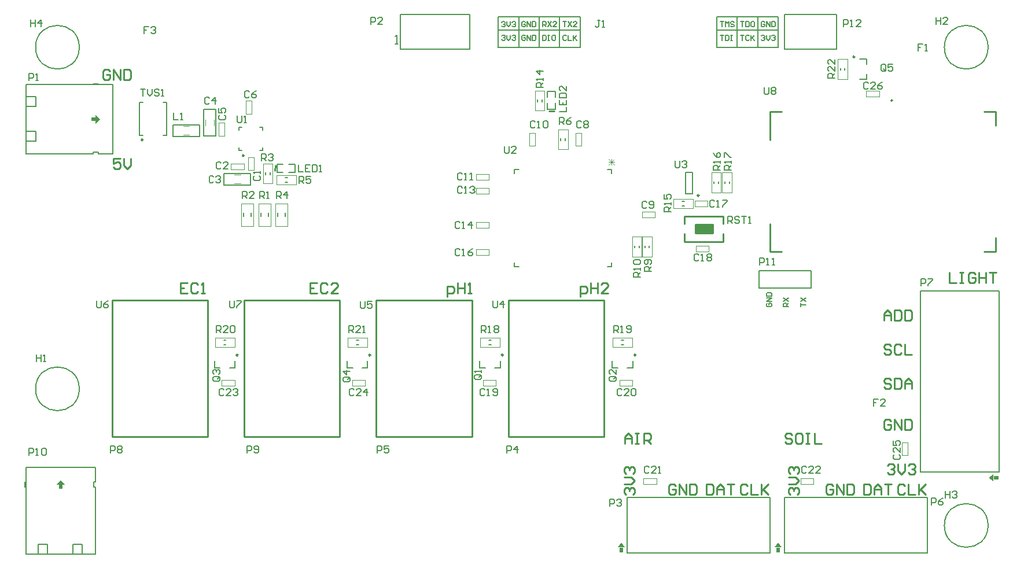
<source format=gto>
G04 Layer_Color=65535*
%FSTAX24Y24*%
%MOIN*%
G70*
G01*
G75*
%ADD38C,0.0100*%
%ADD57C,0.0080*%
%ADD58C,0.0079*%
%ADD59C,0.0098*%
%ADD60C,0.0060*%
%ADD61C,0.0020*%
%ADD62C,0.0040*%
%ADD63C,0.0050*%
%ADD64C,0.0070*%
%ADD65C,0.0030*%
%ADD66R,0.0315X0.0236*%
%ADD67R,0.0236X0.0315*%
%ADD68R,0.1000X0.0500*%
G36*
X421165Y328459D02*
X420771D01*
X420968Y328734D01*
X421165Y328459D01*
D02*
G37*
G36*
X43022Y328459D02*
X429826Y328459D01*
X430023Y328734D01*
X43022Y328459D01*
D02*
G37*
G36*
X388918Y332081D02*
X388769D01*
X388769Y331831D01*
X388568D01*
Y332081D01*
X388419D01*
X388669Y332331D01*
X388918Y332081D01*
D02*
G37*
G36*
X390942Y35312D02*
X390692Y35287D01*
Y35302D01*
X390442D01*
Y35322D01*
X390692D01*
Y35337D01*
X390942Y35312D01*
D02*
G37*
G36*
X442424Y332262D02*
X442149Y332459D01*
X442424Y332656D01*
Y332262D01*
D02*
G37*
D38*
X441893Y34549D02*
X442543Y34549D01*
X442543Y346297D01*
X442543Y353561D02*
X442543Y352754D01*
X441893Y353561D02*
X442543Y353561D01*
X42955Y34549D02*
X4302Y34549D01*
X42955Y34549D02*
X42955Y347104D01*
Y351947D02*
Y353561D01*
X4302Y353561D01*
X397149Y334837D02*
Y342711D01*
X391637D02*
X397149D01*
X391637Y334837D02*
Y342711D01*
Y334837D02*
X397149D01*
X40476D02*
Y342711D01*
X399249D02*
X40476D01*
X399249Y334837D02*
Y342711D01*
Y334837D02*
X40476D01*
X412372D02*
Y342711D01*
X40686D02*
X412372D01*
X40686Y334837D02*
Y342711D01*
Y334837D02*
X412372D01*
X419983D02*
Y342711D01*
X414472D02*
X419983D01*
X414472Y334837D02*
Y342711D01*
Y334837D02*
X419983D01*
X426842Y346075D02*
Y346525D01*
Y347085D02*
Y347535D01*
X424622D02*
X426842D01*
X424622Y346075D02*
X426842D01*
X425232Y346555D02*
X426231D01*
X425232D02*
Y347055D01*
X426231D01*
Y346555D02*
Y347055D01*
X424622Y346075D02*
Y346525D01*
Y347085D02*
Y347535D01*
X416795Y353597D02*
X417104Y353597D01*
X401027Y350157D02*
X401028Y350466D01*
X439865Y344295D02*
Y343695D01*
X440265D01*
X440465Y344295D02*
X440665D01*
X440565D01*
Y343695D01*
X440465D01*
X440665D01*
X441365Y344195D02*
X441265Y344295D01*
X441065D01*
X440965Y344195D01*
Y343795D01*
X441065Y343695D01*
X441265D01*
X441365Y343795D01*
Y343995D01*
X441165D01*
X441565Y344295D02*
Y343695D01*
Y343995D01*
X441965D01*
Y344295D01*
Y343695D01*
X442165Y344295D02*
X442564D01*
X442365D01*
Y343695D01*
X430816Y334943D02*
X430716Y335043D01*
X430517D01*
X430417Y334943D01*
Y334843D01*
X430517Y334743D01*
X430716D01*
X430816Y334643D01*
Y334543D01*
X430716Y334443D01*
X430517D01*
X430417Y334543D01*
X431316Y335043D02*
X431116D01*
X431016Y334943D01*
Y334543D01*
X431116Y334443D01*
X431316D01*
X431416Y334543D01*
Y334943D01*
X431316Y335043D01*
X431616D02*
X431816D01*
X431716D01*
Y334443D01*
X431616D01*
X431816D01*
X432116Y335043D02*
Y334443D01*
X432516D01*
X421165D02*
Y334843D01*
X421365Y335043D01*
X421564Y334843D01*
Y334443D01*
Y334743D01*
X421165D01*
X421764Y335043D02*
X421964D01*
X421864D01*
Y334443D01*
X421764D01*
X421964D01*
X422264D02*
Y335043D01*
X422564D01*
X422664Y334943D01*
Y334743D01*
X422564Y334643D01*
X422264D01*
X422464D02*
X422664Y334443D01*
X418605Y342904D02*
Y343504D01*
X418905D01*
X419005Y343404D01*
Y343204D01*
X418905Y343104D01*
X418605D01*
X419205Y343704D02*
Y343104D01*
Y343404D01*
X419605D01*
Y343704D01*
Y343104D01*
X420205D02*
X419805D01*
X420205Y343504D01*
Y343604D01*
X420105Y343704D01*
X419905D01*
X419805Y343604D01*
X410928Y342904D02*
Y343504D01*
X411228D01*
X411328Y343404D01*
Y343204D01*
X411228Y343104D01*
X410928D01*
X411528Y343704D02*
Y343104D01*
Y343404D01*
X411928D01*
Y343704D01*
Y343104D01*
X412128D02*
X412328D01*
X412228D01*
Y343704D01*
X412128Y343604D01*
X403454Y343704D02*
X403054D01*
Y343104D01*
X403454D01*
X403054Y343404D02*
X403254D01*
X404054Y343604D02*
X403954Y343704D01*
X403754D01*
X403654Y343604D01*
Y343204D01*
X403754Y343104D01*
X403954D01*
X404054Y343204D01*
X404654Y343104D02*
X404254D01*
X404654Y343504D01*
Y343604D01*
X404554Y343704D01*
X404354D01*
X404254Y343604D01*
X395974Y343704D02*
X395574D01*
Y343104D01*
X395974D01*
X395574Y343404D02*
X395774D01*
X396574Y343604D02*
X396474Y343704D01*
X396274D01*
X396174Y343604D01*
Y343204D01*
X396274Y343104D01*
X396474D01*
X396574Y343204D01*
X396774Y343104D02*
X396974D01*
X396874D01*
Y343704D01*
X396774Y343604D01*
X392125Y350869D02*
X391725D01*
Y35057D01*
X391925Y35067D01*
X392025D01*
X392125Y35057D01*
Y35037D01*
X392025Y35027D01*
X391825D01*
X391725Y35037D01*
X392325Y350869D02*
Y35047D01*
X392525Y35027D01*
X392725Y35047D01*
Y350869D01*
X391525Y355888D02*
X391425Y355988D01*
X391225D01*
X391125Y355888D01*
Y355488D01*
X391225Y355388D01*
X391425D01*
X391525Y355488D01*
Y355688D01*
X391325D01*
X391725Y355388D02*
Y355988D01*
X392125Y355388D01*
Y355988D01*
X392325D02*
Y355388D01*
X392625D01*
X392725Y355488D01*
Y355888D01*
X392625Y355988D01*
X392325D01*
X436125Y34153D02*
Y341929D01*
X436325Y342129D01*
X436525Y341929D01*
Y34153D01*
Y341829D01*
X436125D01*
X436725Y342129D02*
Y34153D01*
X437025D01*
X437125Y341629D01*
Y342029D01*
X437025Y342129D01*
X436725D01*
X437325D02*
Y34153D01*
X437625D01*
X437725Y341629D01*
Y342029D01*
X437625Y342129D01*
X437325D01*
X436525Y340061D02*
X436425Y340161D01*
X436225D01*
X436125Y340061D01*
Y339961D01*
X436225Y339861D01*
X436425D01*
X436525Y339761D01*
Y339661D01*
X436425Y339561D01*
X436225D01*
X436125Y339661D01*
X437125Y340061D02*
X437025Y340161D01*
X436825D01*
X436725Y340061D01*
Y339661D01*
X436825Y339561D01*
X437025D01*
X437125Y339661D01*
X437325Y340161D02*
Y339561D01*
X437725D01*
X436525Y338092D02*
X436425Y338192D01*
X436225D01*
X436125Y338092D01*
Y337992D01*
X436225Y337892D01*
X436425D01*
X436525Y337792D01*
Y337692D01*
X436425Y337593D01*
X436225D01*
X436125Y337692D01*
X436725Y338192D02*
Y337593D01*
X437025D01*
X437125Y337692D01*
Y338092D01*
X437025Y338192D01*
X436725D01*
X437325Y337593D02*
Y337992D01*
X437525Y338192D01*
X437725Y337992D01*
Y337593D01*
Y337892D01*
X437325D01*
X436525Y33573D02*
X436425Y33583D01*
X436225D01*
X436125Y33573D01*
Y33533D01*
X436225Y33523D01*
X436425D01*
X436525Y33533D01*
Y33553D01*
X436325D01*
X436725Y33523D02*
Y33583D01*
X437125Y33523D01*
Y33583D01*
X437325D02*
Y33523D01*
X437625D01*
X437725Y33533D01*
Y33573D01*
X437625Y33583D01*
X437325D01*
X436322Y333171D02*
X436422Y333271D01*
X436622D01*
X436722Y333171D01*
Y333071D01*
X436622Y332971D01*
X436522D01*
X436622D01*
X436722Y332871D01*
Y332771D01*
X436622Y332671D01*
X436422D01*
X436322Y332771D01*
X436922Y333271D02*
Y332871D01*
X437122Y332671D01*
X437322Y332871D01*
Y333271D01*
X437522Y333171D02*
X437622Y333271D01*
X437822D01*
X437922Y333171D01*
Y333071D01*
X437822Y332971D01*
X437722D01*
X437822D01*
X437922Y332871D01*
Y332771D01*
X437822Y332671D01*
X437622D01*
X437522Y332771D01*
X437312Y33199D02*
X437212Y33209D01*
X437013D01*
X436913Y33199D01*
Y33159D01*
X437013Y33149D01*
X437212D01*
X437312Y33159D01*
X437512Y33209D02*
Y33149D01*
X437912D01*
X438112Y33209D02*
Y33149D01*
Y33169D01*
X438512Y33209D01*
X438212Y33179D01*
X438512Y33149D01*
X434944Y33209D02*
Y33149D01*
X435244D01*
X435344Y33159D01*
Y33199D01*
X435244Y33209D01*
X434944D01*
X435544Y33149D02*
Y33189D01*
X435744Y33209D01*
X435944Y33189D01*
Y33149D01*
Y33179D01*
X435544D01*
X436144Y33209D02*
X436544D01*
X436344D01*
Y33149D01*
X433179Y33199D02*
X433079Y33209D01*
X432879D01*
X432779Y33199D01*
Y33159D01*
X432879Y33149D01*
X433079D01*
X433179Y33159D01*
Y33179D01*
X432979D01*
X433379Y33149D02*
Y33209D01*
X433778Y33149D01*
Y33209D01*
X433978D02*
Y33149D01*
X434278D01*
X434378Y33159D01*
Y33199D01*
X434278Y33209D01*
X433978D01*
X430704Y33149D02*
X430604Y33159D01*
Y33179D01*
X430704Y33189D01*
X430804D01*
X430904Y33179D01*
Y33169D01*
Y33179D01*
X431004Y33189D01*
X431104D01*
X431204Y33179D01*
Y33159D01*
X431104Y33149D01*
X430604Y33209D02*
X431004D01*
X431204Y33229D01*
X431004Y33249D01*
X430604D01*
X430704Y33269D02*
X430604Y33279D01*
Y33299D01*
X430704Y33309D01*
X430804D01*
X430904Y33299D01*
Y33289D01*
Y33299D01*
X431004Y33309D01*
X431104D01*
X431204Y33299D01*
Y33279D01*
X431104Y33269D01*
X428257Y33199D02*
X428157Y33209D01*
X427957D01*
X427857Y33199D01*
Y33159D01*
X427957Y33149D01*
X428157D01*
X428257Y33159D01*
X428457Y33209D02*
Y33149D01*
X428857D01*
X429057Y33209D02*
Y33149D01*
Y33169D01*
X429457Y33209D01*
X429157Y33179D01*
X429457Y33149D01*
X425889Y33209D02*
Y33149D01*
X426189D01*
X426289Y33159D01*
Y33199D01*
X426189Y33209D01*
X425889D01*
X426489Y33149D02*
Y33189D01*
X426689Y33209D01*
X426889Y33189D01*
Y33149D01*
Y33179D01*
X426489D01*
X427089Y33209D02*
X427488D01*
X427289D01*
Y33149D01*
X424123Y33199D02*
X424024Y33209D01*
X423824D01*
X423724Y33199D01*
Y33159D01*
X423824Y33149D01*
X424024D01*
X424123Y33159D01*
Y33179D01*
X423924D01*
X424323Y33149D02*
Y33209D01*
X424723Y33149D01*
Y33209D01*
X424923D02*
Y33149D01*
X425223D01*
X425323Y33159D01*
Y33199D01*
X425223Y33209D01*
X424923D01*
X421255Y33149D02*
X421155Y33159D01*
Y33179D01*
X421255Y33189D01*
X421355D01*
X421455Y33179D01*
Y33169D01*
Y33179D01*
X421555Y33189D01*
X421655D01*
X421755Y33179D01*
Y33159D01*
X421655Y33149D01*
X421155Y33209D02*
X421555D01*
X421755Y33229D01*
X421555Y33249D01*
X421155D01*
X421255Y33269D02*
X421155Y33279D01*
Y33299D01*
X421255Y33309D01*
X421355D01*
X421455Y33299D01*
Y33289D01*
Y33299D01*
X421555Y33309D01*
X421655D01*
X421755Y33299D01*
Y33279D01*
X421655Y33269D01*
D57*
X436604Y354211D02*
G03*
X436604Y354211I-000054J0D01*
G01*
X438212Y332789D02*
X442739D01*
X438212D02*
X438212Y343222D01*
X442739Y332789D02*
X442739Y343222D01*
X438212D02*
X442739D01*
X430377Y328144D02*
X430377Y331333D01*
X438605D01*
X430377Y328144D02*
X438605Y328144D01*
Y331333D01*
X421322Y328144D02*
Y331333D01*
X42955D01*
X421322Y328144D02*
X42955Y328144D01*
Y331333D01*
X413881Y357278D02*
Y359049D01*
Y357278D02*
X418605D01*
Y359049D01*
X413881D02*
X418605D01*
X413881Y358262D02*
X418605D01*
X415062Y357278D02*
Y359049D01*
X416243Y357278D02*
Y359049D01*
X417424Y357278D02*
Y359049D01*
X42648Y359049D02*
X430023D01*
Y357278D02*
Y359049D01*
X42648Y357278D02*
X430023D01*
X42648D02*
Y359049D01*
Y358262D02*
X430023D01*
X427661Y357278D02*
Y359049D01*
X428842Y357278D02*
Y359049D01*
X386834Y333774D02*
Y334174D01*
X387034D01*
X3871Y334107D01*
Y333974D01*
X387034Y333907D01*
X386834D01*
X387234Y333774D02*
X387367D01*
X3873D01*
Y334174D01*
X387234Y334107D01*
X387567D02*
X387634Y334174D01*
X387767D01*
X387834Y334107D01*
Y33384D01*
X387767Y333774D01*
X387634D01*
X387567Y33384D01*
Y334107D01*
X42207Y344049D02*
X42167D01*
Y344249D01*
X421737Y344316D01*
X42187D01*
X421937Y344249D01*
Y344049D01*
Y344183D02*
X42207Y344316D01*
Y344449D02*
Y344582D01*
Y344516D01*
X42167D01*
X421737Y344449D01*
Y344782D02*
X42167Y344849D01*
Y344982D01*
X421737Y345049D01*
X422003D01*
X42207Y344982D01*
Y344849D01*
X422003Y344782D01*
X421737D01*
X4227Y344364D02*
X4223D01*
Y344564D01*
X422367Y344631D01*
X4225D01*
X422567Y344564D01*
Y344364D01*
Y344497D02*
X4227Y344631D01*
X422633Y344764D02*
X4227Y344831D01*
Y344964D01*
X422633Y345031D01*
X422367D01*
X4223Y344964D01*
Y344831D01*
X422367Y344764D01*
X422433D01*
X4225Y344831D01*
Y345031D01*
X4292Y35498D02*
Y354647D01*
X429267Y35458D01*
X4294D01*
X429467Y354647D01*
Y35498D01*
X4296Y354913D02*
X429667Y35498D01*
X4298D01*
X429866Y354913D01*
Y354847D01*
X4298Y35478D01*
X429866Y354713D01*
Y354647D01*
X4298Y35458D01*
X429667D01*
X4296Y354647D01*
Y354713D01*
X429667Y35478D01*
X4296Y354847D01*
Y354913D01*
X429667Y35478D02*
X4298D01*
X398409Y342677D02*
Y342344D01*
X398475Y342278D01*
X398609D01*
X398675Y342344D01*
Y342677D01*
X398809D02*
X399075D01*
Y342611D01*
X398809Y342344D01*
Y342278D01*
X390732Y342677D02*
Y342344D01*
X390798Y342278D01*
X390931D01*
X390998Y342344D01*
Y342677D01*
X391398D02*
X391265Y342611D01*
X391131Y342477D01*
Y342344D01*
X391198Y342278D01*
X391331D01*
X391398Y342344D01*
Y342411D01*
X391331Y342477D01*
X391131D01*
X405928Y342638D02*
Y342305D01*
X405995Y342238D01*
X406128D01*
X406195Y342305D01*
Y342638D01*
X406595D02*
X406328D01*
Y342438D01*
X406462Y342505D01*
X406528D01*
X406595Y342438D01*
Y342305D01*
X406528Y342238D01*
X406395D01*
X406328Y342305D01*
X413566Y342677D02*
Y342344D01*
X413633Y342278D01*
X413766D01*
X413833Y342344D01*
Y342677D01*
X414166Y342278D02*
Y342677D01*
X413966Y342477D01*
X414233D01*
X424078Y350748D02*
Y350415D01*
X424145Y350348D01*
X424278D01*
X424345Y350415D01*
Y350748D01*
X424478Y350682D02*
X424544Y350748D01*
X424678D01*
X424744Y350682D01*
Y350615D01*
X424678Y350548D01*
X424611D01*
X424678D01*
X424744Y350482D01*
Y350415D01*
X424678Y350348D01*
X424544D01*
X424478Y350415D01*
X41425Y35156D02*
Y351227D01*
X414317Y35116D01*
X41445D01*
X414517Y351227D01*
Y35156D01*
X414916Y35116D02*
X41465D01*
X414916Y351427D01*
Y351493D01*
X41485Y35156D01*
X414717D01*
X41465Y351493D01*
X398842Y353347D02*
Y353013D01*
X398908Y352947D01*
X399042D01*
X399108Y353013D01*
Y353347D01*
X399242Y352947D02*
X399375D01*
X399308D01*
Y353347D01*
X399242Y35328D01*
X427109Y34712D02*
Y34752D01*
X427309D01*
X427376Y347453D01*
Y34732D01*
X427309Y347253D01*
X427109D01*
X427243D02*
X427376Y34712D01*
X427776Y347453D02*
X427709Y34752D01*
X427576D01*
X427509Y347453D01*
Y347387D01*
X427576Y34732D01*
X427709D01*
X427776Y347253D01*
Y347187D01*
X427709Y34712D01*
X427576D01*
X427509Y347187D01*
X427909Y34752D02*
X428176D01*
X428042D01*
Y34712D01*
X428309D02*
X428442D01*
X428376D01*
Y34752D01*
X428309Y347453D01*
X433291Y355506D02*
X432891D01*
Y355706D01*
X432957Y355772D01*
X433091D01*
X433157Y355706D01*
Y355506D01*
Y355639D02*
X433291Y355772D01*
Y356172D02*
Y355906D01*
X433024Y356172D01*
X432957D01*
X432891Y356106D01*
Y355972D01*
X432957Y355906D01*
X433291Y356572D02*
Y356306D01*
X433024Y356572D01*
X432957D01*
X432891Y356506D01*
Y356372D01*
X432957Y356306D01*
X40527Y34084D02*
Y34124D01*
X40547D01*
X405537Y341173D01*
Y34104D01*
X40547Y340973D01*
X40527D01*
X405403D02*
X405537Y34084D01*
X405936D02*
X40567D01*
X405936Y341107D01*
Y341173D01*
X40587Y34124D01*
X405737D01*
X40567Y341173D01*
X40607Y34084D02*
X406203D01*
X406136D01*
Y34124D01*
X40607Y341173D01*
X39763Y34084D02*
Y34124D01*
X39783D01*
X397897Y341173D01*
Y34104D01*
X39783Y340973D01*
X39763D01*
X397763D02*
X397897Y34084D01*
X398296D02*
X39803D01*
X398296Y341107D01*
Y341173D01*
X39823Y34124D01*
X398097D01*
X39803Y341173D01*
X39843D02*
X398496Y34124D01*
X39863D01*
X398696Y341173D01*
Y340907D01*
X39863Y34084D01*
X398496D01*
X39843Y340907D01*
Y341173D01*
X42054Y34084D02*
Y34124D01*
X42074D01*
X420807Y341173D01*
Y34104D01*
X42074Y340973D01*
X42054D01*
X420673D02*
X420807Y34084D01*
X42094D02*
X421073D01*
X421007D01*
Y34124D01*
X42094Y341173D01*
X421273Y340907D02*
X42134Y34084D01*
X421473D01*
X42154Y340907D01*
Y341173D01*
X421473Y34124D01*
X42134D01*
X421273Y341173D01*
Y341107D01*
X42134Y34104D01*
X42154D01*
X41291Y34084D02*
Y34124D01*
X41311D01*
X413177Y341173D01*
Y34104D01*
X41311Y340973D01*
X41291D01*
X413043D02*
X413177Y34084D01*
X41331D02*
X413443D01*
X413377D01*
Y34124D01*
X41331Y341173D01*
X413643D02*
X41371Y34124D01*
X413843D01*
X41391Y341173D01*
Y341107D01*
X413843Y34104D01*
X41391Y340973D01*
Y340907D01*
X413843Y34084D01*
X41371D01*
X413643Y340907D01*
Y340973D01*
X41371Y34104D01*
X413643Y341107D01*
Y341173D01*
X41371Y34104D02*
X413843D01*
X427306Y350191D02*
X426906D01*
Y350391D01*
X426973Y350458D01*
X427106D01*
X427173Y350391D01*
Y350191D01*
Y350324D02*
X427306Y350458D01*
Y350591D02*
Y350724D01*
Y350657D01*
X426906D01*
X426973Y350591D01*
X426906Y350924D02*
Y351191D01*
X426973D01*
X42724Y350924D01*
X427306D01*
X426676Y350191D02*
X426277D01*
Y350391D01*
X426343Y350458D01*
X426476D01*
X426543Y350391D01*
Y350191D01*
Y350324D02*
X426676Y350458D01*
Y350591D02*
Y350724D01*
Y350657D01*
X426277D01*
X426343Y350591D01*
X426277Y351191D02*
X426343Y351057D01*
X426476Y350924D01*
X42661D01*
X426676Y350991D01*
Y351124D01*
X42661Y351191D01*
X426543D01*
X426476Y351124D01*
Y350924D01*
X423842Y347789D02*
X423442D01*
Y347989D01*
X423508Y348056D01*
X423642D01*
X423708Y347989D01*
Y347789D01*
Y347923D02*
X423842Y348056D01*
Y348189D02*
Y348323D01*
Y348256D01*
X423442D01*
X423508Y348189D01*
X423442Y348789D02*
Y348522D01*
X423642D01*
X423575Y348656D01*
Y348722D01*
X423642Y348789D01*
X423775D01*
X423842Y348722D01*
Y348589D01*
X423775Y348522D01*
X41648Y354955D02*
X41608D01*
Y355155D01*
X416146Y355221D01*
X41628D01*
X416346Y355155D01*
Y354955D01*
Y355088D02*
X41648Y355221D01*
Y355355D02*
Y355488D01*
Y355421D01*
X41608D01*
X416146Y355355D01*
X41648Y355888D02*
X41608D01*
X41628Y355688D01*
Y355954D01*
X41742Y35282D02*
Y35322D01*
X41762D01*
X417687Y353153D01*
Y35302D01*
X41762Y352953D01*
X41742D01*
X417553D02*
X417687Y35282D01*
X418086Y35322D02*
X417953Y353153D01*
X41782Y35302D01*
Y352887D01*
X417887Y35282D01*
X41802D01*
X418086Y352887D01*
Y352953D01*
X41802Y35302D01*
X41782D01*
X402424Y349443D02*
Y349843D01*
X402624D01*
X402691Y349776D01*
Y349643D01*
X402624Y349576D01*
X402424D01*
X402558D02*
X402691Y349443D01*
X403091Y349843D02*
X402824D01*
Y349643D01*
X402958Y349709D01*
X403024D01*
X403091Y349643D01*
Y34951D01*
X403024Y349443D01*
X402891D01*
X402824Y34951D01*
X40112Y34857D02*
Y34897D01*
X40132D01*
X401387Y348903D01*
Y34877D01*
X40132Y348703D01*
X40112D01*
X401253D02*
X401387Y34857D01*
X40172D02*
Y34897D01*
X40152Y34877D01*
X401786D01*
X400259Y350742D02*
Y351142D01*
X400459D01*
X400526Y351075D01*
Y350942D01*
X400459Y350875D01*
X400259D01*
X400392D02*
X400526Y350742D01*
X400659Y351075D02*
X400726Y351142D01*
X400859D01*
X400926Y351075D01*
Y351009D01*
X400859Y350942D01*
X400792D01*
X400859D01*
X400926Y350875D01*
Y350809D01*
X400859Y350742D01*
X400726D01*
X400659Y350809D01*
X39915Y34857D02*
Y34897D01*
X39935D01*
X399417Y348903D01*
Y34877D01*
X39935Y348703D01*
X39915D01*
X399283D02*
X399417Y34857D01*
X399816D02*
X39955D01*
X399816Y348837D01*
Y348903D01*
X39975Y34897D01*
X399617D01*
X39955Y348903D01*
X40013Y34857D02*
Y34897D01*
X40033D01*
X400397Y348903D01*
Y34877D01*
X40033Y348703D01*
X40013D01*
X400263D02*
X400397Y34857D01*
X40053D02*
X400663D01*
X400597D01*
Y34897D01*
X40053Y348903D01*
X436195Y355966D02*
Y356233D01*
X436128Y356299D01*
X435995D01*
X435928Y356233D01*
Y355966D01*
X435995Y3559D01*
X436128D01*
X436062Y356033D02*
X436195Y3559D01*
X436128D02*
X436195Y355966D01*
X436595Y356299D02*
X436328D01*
Y3561D01*
X436462Y356166D01*
X436528D01*
X436595Y3561D01*
Y355966D01*
X436528Y3559D01*
X436395D01*
X436328Y355966D01*
X405271Y338253D02*
X405005D01*
X404938Y338186D01*
Y338053D01*
X405005Y337986D01*
X405271D01*
X405338Y338053D01*
Y338186D01*
X405205Y33812D02*
X405338Y338253D01*
Y338186D02*
X405271Y338253D01*
X405338Y338586D02*
X404938D01*
X405138Y338386D01*
Y338653D01*
X397791Y338292D02*
X397524D01*
X397458Y338226D01*
Y338092D01*
X397524Y338026D01*
X397791D01*
X397857Y338092D01*
Y338226D01*
X397724Y338159D02*
X397857Y338292D01*
Y338226D02*
X397791Y338292D01*
X397524Y338425D02*
X397458Y338492D01*
Y338625D01*
X397524Y338692D01*
X397591D01*
X397658Y338625D01*
Y338559D01*
Y338625D01*
X397724Y338692D01*
X397791D01*
X397857Y338625D01*
Y338492D01*
X397791Y338425D01*
X420625Y338292D02*
X420359D01*
X420292Y338226D01*
Y338092D01*
X420359Y338026D01*
X420625D01*
X420692Y338092D01*
Y338226D01*
X420559Y338159D02*
X420692Y338292D01*
Y338226D02*
X420625Y338292D01*
X420692Y338692D02*
Y338425D01*
X420426Y338692D01*
X420359D01*
X420292Y338625D01*
Y338492D01*
X420359Y338425D01*
X41283Y33841D02*
X412564D01*
X412497Y338344D01*
Y33821D01*
X412564Y338144D01*
X41283D01*
X412897Y33821D01*
Y338344D01*
X412764Y338277D02*
X412897Y33841D01*
Y338344D02*
X41283Y33841D01*
X412897Y338544D02*
Y338677D01*
Y33861D01*
X412497D01*
X412564Y338544D01*
X433763Y358459D02*
Y358859D01*
X433963D01*
X43403Y358792D01*
Y358659D01*
X433963Y358592D01*
X433763D01*
X434163Y358459D02*
X434296D01*
X43423D01*
Y358859D01*
X434163Y358792D01*
X434763Y358459D02*
X434496D01*
X434763Y358725D01*
Y358792D01*
X434696Y358859D01*
X434563D01*
X434496Y358792D01*
X42895Y34473D02*
Y34513D01*
X42915D01*
X429217Y345063D01*
Y34493D01*
X42915Y344863D01*
X42895D01*
X42935Y34473D02*
X429483D01*
X429417D01*
Y34513D01*
X42935Y345063D01*
X429683Y34473D02*
X429816D01*
X42975D01*
Y34513D01*
X429683Y345063D01*
X39942Y3339D02*
Y3343D01*
X39962D01*
X399687Y334233D01*
Y3341D01*
X39962Y334033D01*
X39942D01*
X39982Y333967D02*
X399887Y3339D01*
X40002D01*
X400086Y333967D01*
Y334233D01*
X40002Y3343D01*
X399887D01*
X39982Y334233D01*
Y334167D01*
X399887Y3341D01*
X400086D01*
X39155Y3339D02*
Y3343D01*
X39175D01*
X391817Y334233D01*
Y3341D01*
X39175Y334033D01*
X39155D01*
X39195Y334233D02*
X392017Y3343D01*
X39215D01*
X392216Y334233D01*
Y334167D01*
X39215Y3341D01*
X392216Y334033D01*
Y333967D01*
X39215Y3339D01*
X392017D01*
X39195Y333967D01*
Y334033D01*
X392017Y3341D01*
X39195Y334167D01*
Y334233D01*
X392017Y3341D02*
X39215D01*
X43825Y34354D02*
Y34394D01*
X43845D01*
X438517Y343873D01*
Y34374D01*
X43845Y343673D01*
X43825D01*
X43865Y34394D02*
X438916D01*
Y343873D01*
X43865Y343607D01*
Y34354D01*
X4069Y3339D02*
Y3343D01*
X4071D01*
X407167Y334233D01*
Y3341D01*
X4071Y334033D01*
X4069D01*
X407566Y3343D02*
X4073D01*
Y3341D01*
X407433Y334167D01*
X4075D01*
X407566Y3341D01*
Y333967D01*
X4075Y3339D01*
X407367D01*
X4073Y333967D01*
X41438Y3339D02*
Y3343D01*
X41458D01*
X414647Y334233D01*
Y3341D01*
X41458Y334033D01*
X41438D01*
X41498Y3339D02*
Y3343D01*
X41478Y3341D01*
X415046D01*
X420298Y330821D02*
Y331221D01*
X420498D01*
X420565Y331154D01*
Y331021D01*
X420498Y330954D01*
X420298D01*
X420698Y331154D02*
X420765Y331221D01*
X420898D01*
X420965Y331154D01*
Y331087D01*
X420898Y331021D01*
X420832D01*
X420898D01*
X420965Y330954D01*
Y330888D01*
X420898Y330821D01*
X420765D01*
X420698Y330888D01*
X406558Y358616D02*
Y359016D01*
X406758D01*
X406825Y358949D01*
Y358816D01*
X406758Y358749D01*
X406558D01*
X407225Y358616D02*
X406958D01*
X407225Y358883D01*
Y358949D01*
X407158Y359016D01*
X407025D01*
X406958Y358949D01*
X386834Y35538D02*
Y35578D01*
X387034D01*
X3871Y355713D01*
Y35558D01*
X387034Y355513D01*
X386834D01*
X387234Y35538D02*
X387367D01*
X3873D01*
Y35578D01*
X387234Y355713D01*
X417418Y353577D02*
X417818D01*
Y353843D01*
X417418Y354243D02*
Y353977D01*
X417818D01*
Y354243D01*
X417618Y353977D02*
Y35411D01*
X417418Y354377D02*
X417818D01*
Y354576D01*
X417751Y354643D01*
X417485D01*
X417418Y354576D01*
Y354377D01*
X417818Y355043D02*
Y354776D01*
X417552Y355043D01*
X417485D01*
X417418Y354976D01*
Y354843D01*
X417485Y354776D01*
X402385Y350512D02*
Y350112D01*
X402652D01*
X403051Y350512D02*
X402785D01*
Y350112D01*
X403051D01*
X402785Y350312D02*
X402918D01*
X403185Y350512D02*
Y350112D01*
X403385D01*
X403451Y350179D01*
Y350445D01*
X403385Y350512D01*
X403185D01*
X403585Y350112D02*
X403718D01*
X403651D01*
Y350512D01*
X403585Y350445D01*
X39519Y35351D02*
Y35311D01*
X395457D01*
X39559D02*
X395723D01*
X395657D01*
Y35351D01*
X39559Y353443D01*
X419738Y358819D02*
X419605D01*
X419672D01*
Y358486D01*
X419605Y358419D01*
X419538D01*
X419472Y358486D01*
X419872Y358419D02*
X420005D01*
X419938D01*
Y358819D01*
X419872Y358753D01*
X43963Y3317D02*
Y3313D01*
Y3315D01*
X439897D01*
Y3317D01*
Y3313D01*
X44003Y331633D02*
X440097Y3317D01*
X44023D01*
X440296Y331633D01*
Y331567D01*
X44023Y3315D01*
X440163D01*
X44023D01*
X440296Y331433D01*
Y331367D01*
X44023Y3313D01*
X440097D01*
X44003Y331367D01*
X439117Y359016D02*
Y358616D01*
Y358816D01*
X439384D01*
Y359016D01*
Y358616D01*
X439784D02*
X439517D01*
X439784Y358883D01*
Y358949D01*
X439717Y359016D01*
X439584D01*
X439517Y358949D01*
X387269Y339574D02*
Y339174D01*
Y339374D01*
X387535D01*
Y339574D01*
Y339174D01*
X387669D02*
X387802D01*
X387735D01*
Y339574D01*
X387669Y339507D01*
X393754Y358465D02*
X393487D01*
Y358265D01*
X393621D01*
X393487D01*
Y358065D01*
X393887Y358398D02*
X393954Y358465D01*
X394087D01*
X394154Y358398D01*
Y358332D01*
X394087Y358265D01*
X394021D01*
X394087D01*
X394154Y358198D01*
Y358132D01*
X394087Y358065D01*
X393954D01*
X393887Y358132D01*
X435762Y337008D02*
X435495D01*
Y336808D01*
X435629D01*
X435495D01*
Y336608D01*
X436162D02*
X435895D01*
X436162Y336875D01*
Y336941D01*
X436095Y337008D01*
X435962D01*
X435895Y336941D01*
X43836Y357481D02*
X438094D01*
Y357281D01*
X438227D01*
X438094D01*
Y357081D01*
X438494D02*
X438627D01*
X43856D01*
Y357481D01*
X438494Y357414D01*
X435211Y355209D02*
X435144Y355276D01*
X435011D01*
X434944Y355209D01*
Y354943D01*
X435011Y354876D01*
X435144D01*
X435211Y354943D01*
X435611Y354876D02*
X435344D01*
X435611Y355143D01*
Y355209D01*
X435544Y355276D01*
X435411D01*
X435344Y355209D01*
X43601Y355276D02*
X435877Y355209D01*
X435744Y355076D01*
Y354943D01*
X43581Y354876D01*
X435944D01*
X43601Y354943D01*
Y355009D01*
X435944Y355076D01*
X435744D01*
X425447Y345288D02*
X42538Y345355D01*
X425247D01*
X42518Y345288D01*
Y345021D01*
X425247Y344955D01*
X42538D01*
X425447Y345021D01*
X42558Y344955D02*
X425713D01*
X425647D01*
Y345355D01*
X42558Y345288D01*
X425913D02*
X42598Y345355D01*
X426113D01*
X42618Y345288D01*
Y345221D01*
X426113Y345155D01*
X42618Y345088D01*
Y345021D01*
X426113Y344955D01*
X42598D01*
X425913Y345021D01*
Y345088D01*
X42598Y345155D01*
X425913Y345221D01*
Y345288D01*
X42598Y345155D02*
X426113D01*
X426352Y348398D02*
X426286Y348465D01*
X426152D01*
X426086Y348398D01*
Y348132D01*
X426152Y348065D01*
X426286D01*
X426352Y348132D01*
X426486Y348065D02*
X426619D01*
X426552D01*
Y348465D01*
X426486Y348398D01*
X426819Y348465D02*
X427085D01*
Y348398D01*
X426819Y348132D01*
Y348065D01*
X411677Y345594D02*
X41161Y345661D01*
X411477D01*
X41141Y345594D01*
Y345327D01*
X411477Y345261D01*
X41161D01*
X411677Y345327D01*
X41181Y345261D02*
X411943D01*
X411877D01*
Y345661D01*
X41181Y345594D01*
X41241Y345661D02*
X412277Y345594D01*
X412143Y345461D01*
Y345327D01*
X41221Y345261D01*
X412343D01*
X41241Y345327D01*
Y345394D01*
X412343Y345461D01*
X412143D01*
X411677Y347174D02*
X41161Y347241D01*
X411477D01*
X41141Y347174D01*
Y346907D01*
X411477Y346841D01*
X41161D01*
X411677Y346907D01*
X41181Y346841D02*
X411943D01*
X411877D01*
Y347241D01*
X41181Y347174D01*
X412343Y346841D02*
Y347241D01*
X412143Y347041D01*
X41241D01*
X411795Y349183D02*
X411728Y34925D01*
X411595D01*
X411528Y349183D01*
Y348917D01*
X411595Y34885D01*
X411728D01*
X411795Y348917D01*
X411928Y34885D02*
X412061D01*
X411995D01*
Y34925D01*
X411928Y349183D01*
X412261D02*
X412328Y34925D01*
X412461D01*
X412528Y349183D01*
Y349117D01*
X412461Y34905D01*
X412395D01*
X412461D01*
X412528Y348983D01*
Y348917D01*
X412461Y34885D01*
X412328D01*
X412261Y348917D01*
X411795Y349963D02*
X411728Y35003D01*
X411595D01*
X411528Y349963D01*
Y349697D01*
X411595Y34963D01*
X411728D01*
X411795Y349697D01*
X411928Y34963D02*
X412061D01*
X411995D01*
Y35003D01*
X411928Y349963D01*
X412261Y34963D02*
X412395D01*
X412328D01*
Y35003D01*
X412261Y349963D01*
X416007Y352963D02*
X41594Y35303D01*
X415807D01*
X41574Y352963D01*
Y352697D01*
X415807Y35263D01*
X41594D01*
X416007Y352697D01*
X41614Y35263D02*
X416273D01*
X416207D01*
Y35303D01*
X41614Y352963D01*
X416473D02*
X41654Y35303D01*
X416673D01*
X41674Y352963D01*
Y352697D01*
X416673Y35263D01*
X41654D01*
X416473Y352697D01*
Y352963D01*
X422455Y348319D02*
X422388Y348386D01*
X422255D01*
X422188Y348319D01*
Y348053D01*
X422255Y347986D01*
X422388D01*
X422455Y348053D01*
X422588D02*
X422655Y347986D01*
X422788D01*
X422855Y348053D01*
Y348319D01*
X422788Y348386D01*
X422655D01*
X422588Y348319D01*
Y348253D01*
X422655Y348186D01*
X422855D01*
X418688Y352963D02*
X418621Y35303D01*
X418488D01*
X418421Y352963D01*
Y352697D01*
X418488Y35263D01*
X418621D01*
X418688Y352697D01*
X418821Y352963D02*
X418888Y35303D01*
X419021D01*
X419088Y352963D01*
Y352897D01*
X419021Y35283D01*
X419088Y352763D01*
Y352697D01*
X419021Y35263D01*
X418888D01*
X418821Y352697D01*
Y352763D01*
X418888Y35283D01*
X418821Y352897D01*
Y352963D01*
X418888Y35283D02*
X419021D01*
X399541Y354697D02*
X399475Y354764D01*
X399341D01*
X399275Y354697D01*
Y354431D01*
X399341Y354364D01*
X399475D01*
X399541Y354431D01*
X399941Y354764D02*
X399808Y354697D01*
X399675Y354564D01*
Y354431D01*
X399741Y354364D01*
X399875D01*
X399941Y354431D01*
Y354497D01*
X399875Y354564D01*
X399675D01*
X397839Y353371D02*
X397773Y353304D01*
Y353171D01*
X397839Y353104D01*
X398106D01*
X398172Y353171D01*
Y353304D01*
X398106Y353371D01*
X397773Y353771D02*
Y353504D01*
X397973D01*
X397906Y353638D01*
Y353704D01*
X397973Y353771D01*
X398106D01*
X398172Y353704D01*
Y353571D01*
X398106Y353504D01*
X397247Y354333D02*
X39718Y3544D01*
X397047D01*
X39698Y354333D01*
Y354067D01*
X397047Y354D01*
X39718D01*
X397247Y354067D01*
X39758Y354D02*
Y3544D01*
X39738Y3542D01*
X397646D01*
X397494Y349816D02*
X397427Y349882D01*
X397294D01*
X397228Y349816D01*
Y349549D01*
X397294Y349482D01*
X397427D01*
X397494Y349549D01*
X397627Y349816D02*
X397694Y349882D01*
X397827D01*
X397894Y349816D01*
Y349749D01*
X397827Y349682D01*
X397761D01*
X397827D01*
X397894Y349616D01*
Y349549D01*
X397827Y349482D01*
X397694D01*
X397627Y349549D01*
X397927Y350603D02*
X397861Y35067D01*
X397727D01*
X397661Y350603D01*
Y350336D01*
X397727Y35027D01*
X397861D01*
X397927Y350336D01*
X398327Y35027D02*
X39806D01*
X398327Y350536D01*
Y350603D01*
X39826Y35067D01*
X398127D01*
X39806Y350603D01*
X399847Y349867D02*
X39978Y3498D01*
Y349667D01*
X399847Y3496D01*
X400114D01*
X40018Y349667D01*
Y3498D01*
X400114Y349867D01*
X40018Y35D02*
Y350134D01*
Y350067D01*
X39978D01*
X399847Y35D01*
X386952Y358859D02*
Y358459D01*
Y358659D01*
X387219D01*
Y358859D01*
Y358459D01*
X387552D02*
Y358859D01*
X387352Y358659D01*
X387618D01*
X438842Y3309D02*
Y331299D01*
X439042D01*
X439108Y331233D01*
Y3311D01*
X439042Y331033D01*
X438842D01*
X439508Y331299D02*
X439375Y331233D01*
X439242Y3311D01*
Y330966D01*
X439308Y3309D01*
X439442D01*
X439508Y330966D01*
Y331033D01*
X439442Y3311D01*
X439242D01*
X413124Y337532D02*
X413057Y337599D01*
X412924D01*
X412857Y337532D01*
Y337265D01*
X412924Y337199D01*
X413057D01*
X413124Y337265D01*
X413257Y337199D02*
X413391D01*
X413324D01*
Y337599D01*
X413257Y337532D01*
X413591Y337265D02*
X413657Y337199D01*
X413791D01*
X413857Y337265D01*
Y337532D01*
X413791Y337599D01*
X413657D01*
X413591Y337532D01*
Y337465D01*
X413657Y337399D01*
X413857D01*
X420998Y337532D02*
X420931Y337599D01*
X420798D01*
X420732Y337532D01*
Y337265D01*
X420798Y337199D01*
X420931D01*
X420998Y337265D01*
X421398Y337199D02*
X421131D01*
X421398Y337465D01*
Y337532D01*
X421331Y337599D01*
X421198D01*
X421131Y337532D01*
X421531D02*
X421598Y337599D01*
X421731D01*
X421798Y337532D01*
Y337265D01*
X421731Y337199D01*
X421598D01*
X421531Y337265D01*
Y337532D01*
X422577Y333073D02*
X42251Y33314D01*
X422377D01*
X42231Y333073D01*
Y332807D01*
X422377Y33274D01*
X42251D01*
X422577Y332807D01*
X422976Y33274D02*
X42271D01*
X422976Y333007D01*
Y333073D01*
X42291Y33314D01*
X422777D01*
X42271Y333073D01*
X42311Y33274D02*
X423243D01*
X423176D01*
Y33314D01*
X42311Y333073D01*
X431637D02*
X43157Y33314D01*
X431437D01*
X43137Y333073D01*
Y332807D01*
X431437Y33274D01*
X43157D01*
X431637Y332807D01*
X432036Y33274D02*
X43177D01*
X432036Y333007D01*
Y333073D01*
X43197Y33314D01*
X431837D01*
X43177Y333073D01*
X432436Y33274D02*
X43217D01*
X432436Y333007D01*
Y333073D01*
X43237Y33314D01*
X432236D01*
X43217Y333073D01*
X398085Y337532D02*
X398018Y337599D01*
X397885D01*
X397818Y337532D01*
Y337265D01*
X397885Y337199D01*
X398018D01*
X398085Y337265D01*
X398485Y337199D02*
X398218D01*
X398485Y337465D01*
Y337532D01*
X398418Y337599D01*
X398285D01*
X398218Y337532D01*
X398618D02*
X398685Y337599D01*
X398818D01*
X398884Y337532D01*
Y337465D01*
X398818Y337399D01*
X398751D01*
X398818D01*
X398884Y337332D01*
Y337265D01*
X398818Y337199D01*
X398685D01*
X398618Y337265D01*
X405565Y337532D02*
X405498Y337599D01*
X405365D01*
X405298Y337532D01*
Y337265D01*
X405365Y337199D01*
X405498D01*
X405565Y337265D01*
X405965Y337199D02*
X405698D01*
X405965Y337465D01*
Y337532D01*
X405898Y337599D01*
X405765D01*
X405698Y337532D01*
X406298Y337199D02*
Y337599D01*
X406098Y337399D01*
X406365D01*
X436697Y333804D02*
X436631Y333737D01*
Y333604D01*
X436697Y333537D01*
X436964D01*
X437031Y333604D01*
Y333737D01*
X436964Y333804D01*
X437031Y334204D02*
Y333937D01*
X436764Y334204D01*
X436697D01*
X436631Y334137D01*
Y334004D01*
X436697Y333937D01*
X436631Y334604D02*
Y334337D01*
X436831D01*
X436764Y33447D01*
Y334537D01*
X436831Y334604D01*
X436964D01*
X437031Y334537D01*
Y334404D01*
X436964Y334337D01*
X393291Y354882D02*
X393557D01*
X393424D01*
Y354482D01*
X39369Y354882D02*
Y354616D01*
X393824Y354482D01*
X393957Y354616D01*
Y354882D01*
X394357Y354816D02*
X39429Y354882D01*
X394157D01*
X39409Y354816D01*
Y354749D01*
X394157Y354682D01*
X39429D01*
X394357Y354616D01*
Y354549D01*
X39429Y354482D01*
X394157D01*
X39409Y354549D01*
X39449Y354482D02*
X394623D01*
X394557D01*
Y354882D01*
X39449Y354816D01*
X407947Y357483D02*
X408114D01*
X408031D01*
Y357983D01*
X407947Y3579D01*
X414078Y358709D02*
X414128Y358759D01*
X414228D01*
X414278Y358709D01*
Y358659D01*
X414228Y358609D01*
X414178D01*
X414228D01*
X414278Y358559D01*
Y358509D01*
X414228Y358459D01*
X414128D01*
X414078Y358509D01*
X414378Y358759D02*
Y358559D01*
X414478Y358459D01*
X414578Y358559D01*
Y358759D01*
X414678Y358709D02*
X414728Y358759D01*
X414828D01*
X414878Y358709D01*
Y358659D01*
X414828Y358609D01*
X414778D01*
X414828D01*
X414878Y358559D01*
Y358509D01*
X414828Y358459D01*
X414728D01*
X414678Y358509D01*
X414078Y357921D02*
X414128Y357971D01*
X414228D01*
X414278Y357921D01*
Y357871D01*
X414228Y357821D01*
X414178D01*
X414228D01*
X414278Y357771D01*
Y357721D01*
X414228Y357671D01*
X414128D01*
X414078Y357721D01*
X414378Y357971D02*
Y357771D01*
X414478Y357671D01*
X414578Y357771D01*
Y357971D01*
X414678Y357921D02*
X414728Y357971D01*
X414828D01*
X414878Y357921D01*
Y357871D01*
X414828Y357821D01*
X414778D01*
X414828D01*
X414878Y357771D01*
Y357721D01*
X414828Y357671D01*
X414728D01*
X414678Y357721D01*
X415459Y358709D02*
X415409Y358759D01*
X415309D01*
X415259Y358709D01*
Y358509D01*
X415309Y358459D01*
X415409D01*
X415459Y358509D01*
Y358609D01*
X415359D01*
X415559Y358459D02*
Y358759D01*
X415759Y358459D01*
Y358759D01*
X415859D02*
Y358459D01*
X416009D01*
X416059Y358509D01*
Y358709D01*
X416009Y358759D01*
X415859D01*
X415459Y357921D02*
X415409Y357971D01*
X415309D01*
X415259Y357921D01*
Y357721D01*
X415309Y357671D01*
X415409D01*
X415459Y357721D01*
Y357821D01*
X415359D01*
X415559Y357671D02*
Y357971D01*
X415759Y357671D01*
Y357971D01*
X415859D02*
Y357671D01*
X416009D01*
X416059Y357721D01*
Y357921D01*
X416009Y357971D01*
X415859D01*
X41644Y358459D02*
Y358759D01*
X41659D01*
X41664Y358709D01*
Y358609D01*
X41659Y358559D01*
X41644D01*
X41654D02*
X41664Y358459D01*
X41674Y358759D02*
X41694Y358459D01*
Y358759D02*
X41674Y358459D01*
X41724D02*
X41704D01*
X41724Y358659D01*
Y358709D01*
X41719Y358759D01*
X41709D01*
X41704Y358709D01*
X417621Y358759D02*
X417821D01*
X417721D01*
Y358459D01*
X417921Y358759D02*
X418121Y358459D01*
Y358759D02*
X417921Y358459D01*
X418421D02*
X418221D01*
X418421Y358659D01*
Y358709D01*
X418371Y358759D01*
X418271D01*
X418221Y358709D01*
X41644Y357971D02*
Y357671D01*
X41659D01*
X41664Y357721D01*
Y357921D01*
X41659Y357971D01*
X41644D01*
X41674D02*
X41684D01*
X41679D01*
Y357671D01*
X41674D01*
X41684D01*
X41714Y357971D02*
X41704D01*
X41699Y357921D01*
Y357721D01*
X41704Y357671D01*
X41714D01*
X41719Y357721D01*
Y357921D01*
X41714Y357971D01*
X417821Y357921D02*
X417771Y357971D01*
X417671D01*
X417621Y357921D01*
Y357721D01*
X417671Y357671D01*
X417771D01*
X417821Y357721D01*
X417921Y357971D02*
Y357671D01*
X418121D01*
X418221Y357971D02*
Y357671D01*
Y357771D01*
X418421Y357971D01*
X418271Y357821D01*
X418421Y357671D01*
X426676Y358759D02*
X426876D01*
X426776D01*
Y358459D01*
X426976D02*
Y358759D01*
X427076Y358659D01*
X427176Y358759D01*
Y358459D01*
X427476Y358709D02*
X427426Y358759D01*
X427326D01*
X427276Y358709D01*
Y358659D01*
X427326Y358609D01*
X427426D01*
X427476Y358559D01*
Y358509D01*
X427426Y358459D01*
X427326D01*
X427276Y358509D01*
X426676Y357971D02*
X426876D01*
X426776D01*
Y357671D01*
X426976Y357971D02*
Y357671D01*
X427126D01*
X427176Y357721D01*
Y357921D01*
X427126Y357971D01*
X426976D01*
X427276D02*
X427376D01*
X427326D01*
Y357671D01*
X427276D01*
X427376D01*
X427857Y358759D02*
X428057D01*
X427957D01*
Y358459D01*
X428157Y358759D02*
Y358459D01*
X428307D01*
X428357Y358509D01*
Y358709D01*
X428307Y358759D01*
X428157D01*
X428607D02*
X428507D01*
X428457Y358709D01*
Y358509D01*
X428507Y358459D01*
X428607D01*
X428657Y358509D01*
Y358709D01*
X428607Y358759D01*
X427857Y357971D02*
X428057D01*
X427957D01*
Y357671D01*
X428357Y357921D02*
X428307Y357971D01*
X428207D01*
X428157Y357921D01*
Y357721D01*
X428207Y357671D01*
X428307D01*
X428357Y357721D01*
X428457Y357971D02*
Y357671D01*
Y357771D01*
X428657Y357971D01*
X428507Y357821D01*
X428657Y357671D01*
X429239Y358709D02*
X429189Y358759D01*
X429089D01*
X429039Y358709D01*
Y358509D01*
X429089Y358459D01*
X429189D01*
X429239Y358509D01*
Y358609D01*
X429139D01*
X429338Y358459D02*
Y358759D01*
X429538Y358459D01*
Y358759D01*
X429638D02*
Y358459D01*
X429788D01*
X429838Y358509D01*
Y358709D01*
X429788Y358759D01*
X429638D01*
X429039Y357921D02*
X429089Y357971D01*
X429189D01*
X429239Y357921D01*
Y357871D01*
X429189Y357821D01*
X429139D01*
X429189D01*
X429239Y357771D01*
Y357721D01*
X429189Y357671D01*
X429089D01*
X429039Y357721D01*
X429338Y357971D02*
Y357771D01*
X429438Y357671D01*
X429538Y357771D01*
Y357971D01*
X429638Y357921D02*
X429688Y357971D01*
X429788D01*
X429838Y357921D01*
Y357871D01*
X429788Y357821D01*
X429738D01*
X429788D01*
X429838Y357771D01*
Y357721D01*
X429788Y357671D01*
X429688D01*
X429638Y357721D01*
X429379Y342517D02*
X429329Y342467D01*
Y342367D01*
X429379Y342317D01*
X429579D01*
X429629Y342367D01*
Y342467D01*
X429579Y342517D01*
X429479D01*
Y342417D01*
X429629Y342617D02*
X429329D01*
X429629Y342817D01*
X429329D01*
Y342917D02*
X429629D01*
Y343067D01*
X429579Y343117D01*
X429379D01*
X429329Y343067D01*
Y342917D01*
X430613Y342317D02*
X430313D01*
Y342467D01*
X430363Y342517D01*
X430463D01*
X430513Y342467D01*
Y342317D01*
Y342417D02*
X430613Y342517D01*
X430313Y342617D02*
X430613Y342817D01*
X430313D02*
X430613Y342617D01*
X431298Y342317D02*
Y342517D01*
Y342417D01*
X431598D01*
X431298Y342617D02*
X431598Y342817D01*
X431298D02*
X431598Y342617D01*
D58*
X442108Y329719D02*
G03*
X442108Y329719I-001259J0D01*
G01*
X389746Y337593D02*
G03*
X389746Y337593I-001259J0D01*
G01*
Y357278D02*
G03*
X389746Y357278I-001259J0D01*
G01*
X442108D02*
G03*
X442108Y357278I-001259J0D01*
G01*
X405712Y340142D02*
X40583D01*
X405712Y340398D02*
X40583Y340398D01*
X398074Y340142D02*
X398192Y340142D01*
X398074Y340398D02*
X398192Y340398D01*
X420987Y340142D02*
X421105D01*
X420987Y340398D02*
X421105D01*
X41335Y340142D02*
X413468D01*
X41335Y340398D02*
X413468D01*
X417749Y351904D02*
Y352022D01*
X417493Y351904D02*
Y352022D01*
X401617Y347533D02*
X401617Y34773D01*
X401184Y347533D02*
Y34773D01*
X399649Y347533D02*
Y34773D01*
X399216Y347533D02*
Y34773D01*
X400633Y347533D02*
Y34773D01*
X4002Y347533D02*
Y34773D01*
X428917Y343392D02*
Y344392D01*
X431917D01*
Y343392D02*
Y344392D01*
X428917Y343392D02*
X431917D01*
X393212Y352199D02*
Y354089D01*
X394787Y352199D02*
Y354089D01*
X393212Y352199D02*
X393419D01*
X393212Y354089D02*
X393419D01*
X39458Y352199D02*
X394787D01*
X39458Y354089D02*
X394787D01*
X398724Y338813D02*
Y339207D01*
X398409Y338813D02*
X398724Y338813D01*
X397543Y338813D02*
Y339207D01*
Y338813D02*
X397857D01*
X406361Y338813D02*
Y339207D01*
X406046Y338813D02*
X406361D01*
X40518D02*
Y339207D01*
Y338813D02*
X405495D01*
X413999D02*
Y339207D01*
X413684Y338813D02*
X413999D01*
X412818D02*
Y339207D01*
Y338813D02*
X413133D01*
X421637D02*
Y339207D01*
X421322Y338813D02*
X421637D01*
X420456D02*
Y339207D01*
Y338813D02*
X420771D01*
X422001Y345722D02*
Y345841D01*
X421745D02*
X421745Y345722D01*
X422592D02*
Y345841D01*
X422336D02*
X422336Y345722D01*
X424491Y348134D02*
X424609D01*
X424491Y34839D02*
X424609D01*
X426312Y349423D02*
Y349541D01*
X426568Y349423D02*
Y349541D01*
X426942Y349423D02*
Y349541D01*
X427198Y349423D02*
Y349541D01*
X424669Y348833D02*
Y350053D01*
X425062Y348833D02*
Y350053D01*
X424669D02*
X425062D01*
X424669Y348833D02*
X425062D01*
X416155Y354148D02*
Y354266D01*
X416411Y354148D02*
Y354266D01*
X412247Y357183D02*
Y359183D01*
X408247Y357183D02*
Y359183D01*
X412247D01*
X408247Y357183D02*
X412247D01*
X430373Y357183D02*
Y359183D01*
X433373Y357183D02*
Y359183D01*
X430373Y357183D02*
X433373D01*
X430373Y359183D02*
X433373D01*
X430373D02*
X43229D01*
X433852Y355959D02*
Y356077D01*
X433596Y355959D02*
Y356077D01*
X39895Y351323D02*
X399127D01*
X39895D02*
Y3515D01*
Y352504D02*
Y352681D01*
X399127D01*
X400131D02*
X400308D01*
Y352504D02*
Y352681D01*
X400131Y351323D02*
X400308D01*
Y3515D01*
X400741Y349935D02*
X400741Y350053D01*
X400485D02*
X400485Y349935D01*
X401617Y349512D02*
X401735D01*
X401617Y349768D02*
X401735D01*
X434708Y356608D02*
X435102D01*
Y356293D02*
Y356608D01*
X434708Y355427D02*
X435102D01*
Y355742D01*
D59*
X393409Y351943D02*
G03*
X393409Y351943I-000049J0D01*
G01*
X398891Y339541D02*
G03*
X398891Y339541I-000049J0D01*
G01*
X406529Y339541D02*
G03*
X406529Y339541I-000049J0D01*
G01*
X414167D02*
G03*
X414167Y339541I-000049J0D01*
G01*
X421804D02*
G03*
X421804Y339541I-000049J0D01*
G01*
X425456Y348734D02*
G03*
X425456Y348734I-000049J0D01*
G01*
X399235Y351037D02*
G03*
X399235Y351037I-000049J0D01*
G01*
X434422Y356726D02*
G03*
X434422Y356726I-000049J0D01*
G01*
D60*
X420427Y349987D02*
Y350241D01*
X420174Y344629D02*
X420427D01*
X414815Y349987D02*
Y350241D01*
Y344629D02*
X415069D01*
X420427Y344629D02*
Y344883D01*
X420174Y350241D02*
X420427Y350241D01*
X414815D02*
X415069D01*
X414815Y344883D02*
X414815Y344629D01*
D61*
X406342Y339994D02*
X406342Y340545D01*
X4052D02*
X4052Y339994D01*
X406342D01*
X4052Y340545D02*
X406342D01*
X398704Y339994D02*
Y340545D01*
X397562Y339994D02*
Y340545D01*
Y339994D02*
X398704Y339994D01*
X397562Y340545D02*
X398704Y340545D01*
X421617Y339994D02*
Y340545D01*
X420476Y339994D02*
Y340545D01*
Y339994D02*
X421617D01*
X420476Y340545D02*
X421617D01*
X41398Y339994D02*
Y340545D01*
X412838Y339994D02*
Y340545D01*
Y339994D02*
X41398D01*
X412838Y340545D02*
X41398D01*
X417346Y352533D02*
X417897D01*
X417346Y351392D02*
X417897D01*
Y352533D01*
X417346Y351392D02*
Y352533D01*
X401046Y348282D02*
X401755D01*
X401046Y346982D02*
X401755D01*
Y348282D01*
X401046D02*
X401046Y346982D01*
X399078Y348282D02*
X399787D01*
X399078Y346982D02*
X399787D01*
X399787Y348282D02*
X399787Y346982D01*
X399078Y348282D02*
X399078Y346982D01*
X400062Y348282D02*
X400771D01*
X400062Y346982D02*
X400771D01*
Y348282D01*
X400062D02*
X400062Y346982D01*
X416017Y351586D02*
Y352334D01*
X415683Y351586D02*
Y352334D01*
X416017D01*
X415683Y351586D02*
X416017D01*
X422247Y332445D02*
X422995D01*
X422247Y33211D02*
X422995D01*
X422247D02*
Y332445D01*
X422995Y33211D02*
Y332445D01*
X431302D02*
X43205D01*
X431302Y33211D02*
X43205D01*
X431302D02*
Y332445D01*
X43205Y33211D02*
Y332445D01*
X418694Y351589D02*
Y352337D01*
X418359Y351589D02*
Y352337D01*
X418694D01*
X418359Y351589D02*
X418694D01*
X397956Y338114D02*
X398704D01*
X397956Y33778D02*
X398704Y33778D01*
X397956Y338114D02*
X397956Y33778D01*
X398704Y33778D02*
Y338114D01*
X405476D02*
X406224D01*
X405476Y33778D02*
X406224D01*
X405476D02*
Y338114D01*
X406224Y33778D02*
Y338114D01*
X412995D02*
X413743Y338114D01*
X412995Y33778D02*
X413743D01*
X412995D02*
Y338114D01*
X413743Y338114D02*
X413743Y33778D01*
X420869Y338114D02*
X421617D01*
X420869Y33778D02*
X421617D01*
X420869D02*
Y338114D01*
X421617Y33778D02*
Y338114D01*
X437139Y333754D02*
Y334502D01*
X437474Y333754D02*
Y334502D01*
X437139Y333754D02*
X437474D01*
X437139Y334502D02*
X437474D01*
X421598Y346352D02*
X422149D01*
X421598Y345211D02*
X422149Y345211D01*
Y346352D01*
X421598Y345211D02*
Y346352D01*
X422188D02*
X422739D01*
X422188Y345211D02*
X422739Y345211D01*
Y346352D01*
X422188D02*
X422188Y345211D01*
X422169Y347465D02*
X422917D01*
X422169Y347799D02*
X422917D01*
Y347465D02*
Y347799D01*
X422169Y347465D02*
Y347799D01*
X425279Y345831D02*
X426027D01*
X425279Y345496D02*
X426027D01*
X425279D02*
Y345831D01*
X426027Y345496D02*
Y345831D01*
X425121Y347986D02*
Y348537D01*
X42398Y347986D02*
Y348537D01*
Y347986D02*
X425121D01*
X42398Y348537D02*
X425121D01*
X4252Y348429D02*
X425948D01*
X4252Y348094D02*
X425948D01*
X4252D02*
Y348429D01*
X425948Y348094D02*
Y348429D01*
X426165Y348911D02*
X426716D01*
X426165Y350053D02*
X426716D01*
X426165Y348911D02*
Y350053D01*
X426716Y348911D02*
Y350053D01*
X426794Y348911D02*
X427346D01*
X426794Y350053D02*
X427346D01*
X426794Y348911D02*
Y350053D01*
X427346Y348911D02*
Y350053D01*
X416007Y353636D02*
X416558D01*
X416007Y354778D02*
X416558D01*
X416007Y353636D02*
Y354778D01*
X416558Y353636D02*
Y354778D01*
X412602Y349177D02*
X41335D01*
X412602Y348843D02*
X41335D01*
X412602D02*
Y349177D01*
X41335Y348843D02*
Y349177D01*
X412602Y349965D02*
X41335D01*
X412602Y34963D02*
X41335D01*
X412602D02*
Y349965D01*
X41335Y34963D02*
Y349965D01*
X412602Y346874D02*
X41335D01*
X412602Y347209D02*
X41335D01*
Y346874D02*
Y347209D01*
X412602Y346874D02*
Y347209D01*
Y345299D02*
X41335D01*
X412602Y345634D02*
X41335D01*
Y345299D02*
Y345634D01*
X412602Y345299D02*
Y345634D01*
X433448Y356589D02*
X433999D01*
X433448Y355447D02*
X433999D01*
Y356589D01*
X433448Y355447D02*
Y356589D01*
X435082Y354768D02*
X43583D01*
X435082Y354433D02*
X43583D01*
X435082D02*
Y354768D01*
X43583Y354433D02*
Y354768D01*
X397769Y352179D02*
Y352927D01*
X398104Y352179D02*
Y352927D01*
X397769Y352179D02*
X398104D01*
X397769Y352927D02*
X398104D01*
X399353Y353436D02*
Y354184D01*
X399687Y353436D02*
Y354184D01*
X399353Y353436D02*
X399687D01*
X399353Y354184D02*
X399687D01*
X398487Y35022D02*
X399235D01*
X398487Y350555D02*
X399235D01*
Y35022D02*
Y350555D01*
X398487Y35022D02*
Y350555D01*
X399482Y350191D02*
Y350939D01*
X399816Y350191D02*
Y350939D01*
X399482Y350191D02*
X399816D01*
X399482Y350939D02*
X399816D01*
X400338Y350565D02*
X400889Y350565D01*
X400338Y349423D02*
X400889D01*
Y350565D01*
X400338Y349423D02*
X400338Y350565D01*
X402247Y349364D02*
Y349915D01*
X401105Y349364D02*
Y349915D01*
Y349364D02*
X402247D01*
X401105Y349915D02*
X402247D01*
D62*
X395741Y352724D02*
X396081D01*
X395741Y352224D02*
X396081D01*
X397517Y352754D02*
Y353094D01*
X397017Y352754D02*
Y353094D01*
X398694Y349929D02*
X399034D01*
X398694Y349429D02*
X399034D01*
D63*
X395141Y352134D02*
X396671D01*
X396671Y352804D02*
X396671Y352134D01*
X395141Y352804D02*
X396671D01*
X395141Y352134D02*
Y352804D01*
X396927Y352164D02*
Y353694D01*
Y352164D02*
X397597Y352164D01*
Y353694D01*
X396927D02*
X397597D01*
X398094Y349339D02*
X399624D01*
Y350009D01*
X398094D02*
X399624D01*
X398094Y349339D02*
Y350009D01*
D64*
X390542Y35517D02*
X390842D01*
X386692Y35187D02*
X387242D01*
X387242Y35242D01*
X386692Y35242D02*
X387242Y35242D01*
X386692Y35387D02*
X387242Y35387D01*
Y35442D01*
X386692Y35442D02*
X387242Y35442D01*
X386692Y35112D02*
Y35512D01*
Y35112D02*
X390542D01*
X386692Y35512D02*
X391692Y35512D01*
Y35112D02*
Y3551D01*
X390842Y35112D02*
Y35122D01*
X390542D02*
X390842D01*
X390542Y35112D02*
Y35122D01*
X390842Y35112D02*
X391692D01*
X386618Y331931D02*
Y332231D01*
X389919Y328081D02*
X389919Y328631D01*
X389369Y328631D02*
X389919Y328631D01*
X389369Y328081D02*
Y328631D01*
X387919D02*
X387919Y328081D01*
X387369Y328631D02*
X387919Y328631D01*
X387369Y328081D02*
Y328631D01*
X386669Y328081D02*
X390668D01*
Y331931D01*
X386669Y328081D02*
Y333081D01*
X386688D02*
X390668D01*
X390569Y332231D02*
X390668D01*
X390569Y331931D02*
Y332231D01*
Y331931D02*
X390668D01*
Y332231D02*
X390668Y333081D01*
X416712Y354746D02*
X416952Y354746D01*
X416712Y354396D02*
X416712Y354746D01*
X417192D02*
X417192Y354396D01*
X416952Y354746D02*
X417192Y354746D01*
X416952Y353706D02*
X417192D01*
Y354056D01*
X416712Y353706D02*
Y354056D01*
Y353706D02*
X416952D01*
X402176Y350309D02*
X402176Y350549D01*
X401826Y350549D02*
X402176Y350549D01*
X401826Y350069D02*
X402176Y350069D01*
X402176Y350309D02*
X402176Y350069D01*
X401136D02*
Y350309D01*
Y350069D02*
X401486D01*
X401136Y350549D02*
X401486D01*
X401136Y350309D02*
Y350549D01*
D65*
X420588Y350835D02*
X420255Y350502D01*
Y350835D02*
X420588Y350502D01*
X420421Y350835D02*
Y350502D01*
X420255Y350668D02*
X420588D01*
D66*
X442582Y332459D02*
D03*
D67*
X430023Y328301D02*
D03*
X420968Y328301D02*
D03*
D68*
X425732Y346805D02*
D03*
M02*

</source>
